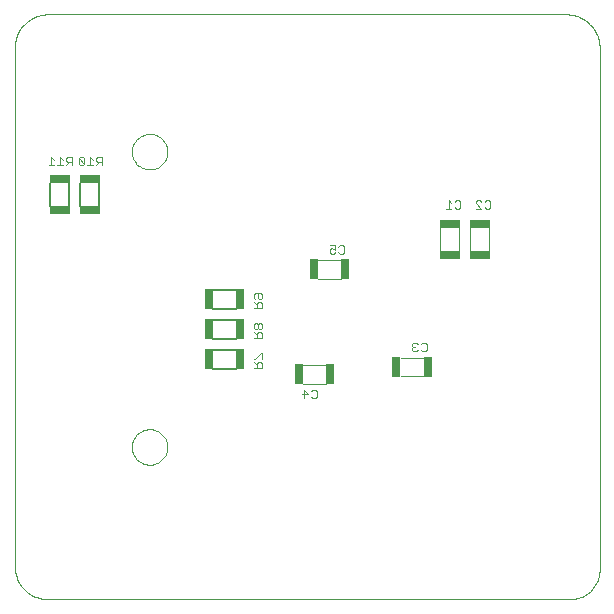
<source format=gbo>
G75*
G70*
%OFA0B0*%
%FSLAX24Y24*%
%IPPOS*%
%LPD*%
%AMOC8*
5,1,8,0,0,1.08239X$1,22.5*
%
%ADD10C,0.0000*%
%ADD11C,0.0040*%
%ADD12R,0.0669X0.0295*%
%ADD13C,0.0060*%
%ADD14R,0.0290X0.0690*%
%ADD15R,0.0690X0.0290*%
%ADD16R,0.0295X0.0669*%
D10*
X002562Y001338D02*
X002562Y018602D01*
X002564Y018667D01*
X002570Y018732D01*
X002579Y018796D01*
X002592Y018860D01*
X002609Y018923D01*
X002629Y018984D01*
X002653Y019045D01*
X002681Y019104D01*
X002712Y019161D01*
X002746Y019216D01*
X002783Y019270D01*
X002824Y019321D01*
X002867Y019369D01*
X002913Y019415D01*
X002961Y019458D01*
X003012Y019499D01*
X003066Y019536D01*
X003121Y019570D01*
X003178Y019601D01*
X003237Y019629D01*
X003298Y019653D01*
X003359Y019673D01*
X003422Y019690D01*
X003486Y019703D01*
X003550Y019712D01*
X003615Y019718D01*
X003680Y019720D01*
X020944Y019720D01*
X021009Y019718D01*
X021074Y019712D01*
X021138Y019703D01*
X021202Y019690D01*
X021265Y019673D01*
X021326Y019653D01*
X021387Y019629D01*
X021446Y019601D01*
X021503Y019570D01*
X021558Y019536D01*
X021612Y019499D01*
X021663Y019458D01*
X021711Y019415D01*
X021757Y019369D01*
X021800Y019321D01*
X021841Y019270D01*
X021878Y019216D01*
X021912Y019161D01*
X021943Y019104D01*
X021971Y019045D01*
X021995Y018984D01*
X022015Y018923D01*
X022032Y018860D01*
X022045Y018796D01*
X022054Y018732D01*
X022060Y018667D01*
X022062Y018602D01*
X022062Y001220D01*
X022060Y001160D01*
X022055Y001099D01*
X022046Y001040D01*
X022033Y000981D01*
X022017Y000922D01*
X021997Y000865D01*
X021974Y000810D01*
X021947Y000755D01*
X021918Y000703D01*
X021885Y000652D01*
X021849Y000603D01*
X021811Y000557D01*
X021769Y000513D01*
X021725Y000471D01*
X021679Y000433D01*
X021630Y000397D01*
X021579Y000364D01*
X021527Y000335D01*
X021472Y000308D01*
X021417Y000285D01*
X021360Y000265D01*
X021301Y000249D01*
X021242Y000236D01*
X021183Y000227D01*
X021122Y000222D01*
X021062Y000220D01*
X003680Y000220D01*
X003615Y000222D01*
X003550Y000228D01*
X003486Y000237D01*
X003422Y000250D01*
X003359Y000267D01*
X003298Y000287D01*
X003237Y000311D01*
X003178Y000339D01*
X003121Y000370D01*
X003066Y000404D01*
X003012Y000441D01*
X002961Y000482D01*
X002913Y000525D01*
X002867Y000571D01*
X002824Y000619D01*
X002783Y000670D01*
X002746Y000724D01*
X002712Y000779D01*
X002681Y000836D01*
X002653Y000895D01*
X002629Y000956D01*
X002609Y001017D01*
X002592Y001080D01*
X002579Y001144D01*
X002570Y001208D01*
X002564Y001273D01*
X002562Y001338D01*
X006471Y005299D02*
X006473Y005347D01*
X006479Y005395D01*
X006489Y005442D01*
X006502Y005488D01*
X006520Y005533D01*
X006540Y005577D01*
X006565Y005619D01*
X006593Y005658D01*
X006623Y005695D01*
X006657Y005729D01*
X006694Y005761D01*
X006732Y005790D01*
X006773Y005815D01*
X006816Y005837D01*
X006861Y005855D01*
X006907Y005869D01*
X006954Y005880D01*
X007002Y005887D01*
X007050Y005890D01*
X007098Y005889D01*
X007146Y005884D01*
X007194Y005875D01*
X007240Y005863D01*
X007285Y005846D01*
X007329Y005826D01*
X007371Y005803D01*
X007411Y005776D01*
X007449Y005746D01*
X007484Y005713D01*
X007516Y005677D01*
X007546Y005639D01*
X007572Y005598D01*
X007594Y005555D01*
X007614Y005511D01*
X007629Y005466D01*
X007641Y005419D01*
X007649Y005371D01*
X007653Y005323D01*
X007653Y005275D01*
X007649Y005227D01*
X007641Y005179D01*
X007629Y005132D01*
X007614Y005087D01*
X007594Y005043D01*
X007572Y005000D01*
X007546Y004959D01*
X007516Y004921D01*
X007484Y004885D01*
X007449Y004852D01*
X007411Y004822D01*
X007371Y004795D01*
X007329Y004772D01*
X007285Y004752D01*
X007240Y004735D01*
X007194Y004723D01*
X007146Y004714D01*
X007098Y004709D01*
X007050Y004708D01*
X007002Y004711D01*
X006954Y004718D01*
X006907Y004729D01*
X006861Y004743D01*
X006816Y004761D01*
X006773Y004783D01*
X006732Y004808D01*
X006694Y004837D01*
X006657Y004869D01*
X006623Y004903D01*
X006593Y004940D01*
X006565Y004979D01*
X006540Y005021D01*
X006520Y005065D01*
X006502Y005110D01*
X006489Y005156D01*
X006479Y005203D01*
X006473Y005251D01*
X006471Y005299D01*
X006471Y015141D02*
X006473Y015189D01*
X006479Y015237D01*
X006489Y015284D01*
X006502Y015330D01*
X006520Y015375D01*
X006540Y015419D01*
X006565Y015461D01*
X006593Y015500D01*
X006623Y015537D01*
X006657Y015571D01*
X006694Y015603D01*
X006732Y015632D01*
X006773Y015657D01*
X006816Y015679D01*
X006861Y015697D01*
X006907Y015711D01*
X006954Y015722D01*
X007002Y015729D01*
X007050Y015732D01*
X007098Y015731D01*
X007146Y015726D01*
X007194Y015717D01*
X007240Y015705D01*
X007285Y015688D01*
X007329Y015668D01*
X007371Y015645D01*
X007411Y015618D01*
X007449Y015588D01*
X007484Y015555D01*
X007516Y015519D01*
X007546Y015481D01*
X007572Y015440D01*
X007594Y015397D01*
X007614Y015353D01*
X007629Y015308D01*
X007641Y015261D01*
X007649Y015213D01*
X007653Y015165D01*
X007653Y015117D01*
X007649Y015069D01*
X007641Y015021D01*
X007629Y014974D01*
X007614Y014929D01*
X007594Y014885D01*
X007572Y014842D01*
X007546Y014801D01*
X007516Y014763D01*
X007484Y014727D01*
X007449Y014694D01*
X007411Y014664D01*
X007371Y014637D01*
X007329Y014614D01*
X007285Y014594D01*
X007240Y014577D01*
X007194Y014565D01*
X007146Y014556D01*
X007098Y014551D01*
X007050Y014550D01*
X007002Y014553D01*
X006954Y014560D01*
X006907Y014571D01*
X006861Y014585D01*
X006816Y014603D01*
X006773Y014625D01*
X006732Y014650D01*
X006694Y014679D01*
X006657Y014711D01*
X006623Y014745D01*
X006593Y014782D01*
X006565Y014821D01*
X006540Y014863D01*
X006520Y014907D01*
X006502Y014952D01*
X006489Y014998D01*
X006479Y015045D01*
X006473Y015093D01*
X006471Y015141D01*
D11*
X005467Y014970D02*
X005467Y014690D01*
X005467Y014783D02*
X005327Y014783D01*
X005280Y014830D01*
X005280Y014924D01*
X005327Y014970D01*
X005467Y014970D01*
X005373Y014783D02*
X005280Y014690D01*
X005172Y014690D02*
X004985Y014690D01*
X005079Y014690D02*
X005079Y014970D01*
X005172Y014877D01*
X004878Y014924D02*
X004878Y014737D01*
X004691Y014924D01*
X004691Y014737D01*
X004737Y014690D01*
X004831Y014690D01*
X004878Y014737D01*
X004878Y014924D02*
X004831Y014970D01*
X004737Y014970D01*
X004691Y014924D01*
X004467Y014970D02*
X004467Y014690D01*
X004467Y014783D02*
X004327Y014783D01*
X004280Y014830D01*
X004280Y014924D01*
X004327Y014970D01*
X004467Y014970D01*
X004373Y014783D02*
X004280Y014690D01*
X004172Y014690D02*
X003985Y014690D01*
X004079Y014690D02*
X004079Y014970D01*
X004172Y014877D01*
X003878Y014877D02*
X003784Y014970D01*
X003784Y014690D01*
X003691Y014690D02*
X003878Y014690D01*
X010532Y010375D02*
X010532Y010281D01*
X010579Y010235D01*
X010672Y010281D02*
X010672Y010421D01*
X010579Y010421D02*
X010765Y010421D01*
X010812Y010375D01*
X010812Y010281D01*
X010765Y010235D01*
X010719Y010235D01*
X010672Y010281D01*
X010672Y010127D02*
X010625Y010080D01*
X010625Y009940D01*
X010532Y009940D02*
X010812Y009940D01*
X010812Y010080D01*
X010765Y010127D01*
X010672Y010127D01*
X010625Y010033D02*
X010532Y010127D01*
X010532Y010375D02*
X010579Y010421D01*
X010579Y009421D02*
X010532Y009375D01*
X010532Y009281D01*
X010579Y009235D01*
X010625Y009235D01*
X010672Y009281D01*
X010672Y009375D01*
X010625Y009421D01*
X010579Y009421D01*
X010672Y009375D02*
X010719Y009421D01*
X010765Y009421D01*
X010812Y009375D01*
X010812Y009281D01*
X010765Y009235D01*
X010719Y009235D01*
X010672Y009281D01*
X010672Y009127D02*
X010625Y009080D01*
X010625Y008940D01*
X010532Y008940D02*
X010812Y008940D01*
X010812Y009080D01*
X010765Y009127D01*
X010672Y009127D01*
X010625Y009033D02*
X010532Y009127D01*
X010765Y008421D02*
X010579Y008235D01*
X010532Y008235D01*
X010532Y008127D02*
X010625Y008033D01*
X010625Y008080D02*
X010625Y007940D01*
X010532Y007940D02*
X010812Y007940D01*
X010812Y008080D01*
X010765Y008127D01*
X010672Y008127D01*
X010625Y008080D01*
X010812Y008235D02*
X010812Y008421D01*
X010765Y008421D01*
X012182Y008030D02*
X012942Y008030D01*
X012942Y007410D02*
X012182Y007410D01*
X012196Y007200D02*
X012337Y007060D01*
X012150Y007060D01*
X012196Y006920D02*
X012196Y007200D01*
X012444Y007154D02*
X012491Y007200D01*
X012584Y007200D01*
X012631Y007154D01*
X012631Y006967D01*
X012584Y006920D01*
X012491Y006920D01*
X012444Y006967D01*
X015432Y007660D02*
X016192Y007660D01*
X016192Y008280D02*
X015432Y008280D01*
X015810Y008537D02*
X015857Y008490D01*
X015951Y008490D01*
X015997Y008537D01*
X016105Y008537D02*
X016152Y008490D01*
X016245Y008490D01*
X016292Y008537D01*
X016292Y008724D01*
X016245Y008770D01*
X016152Y008770D01*
X016105Y008724D01*
X015997Y008724D02*
X015951Y008770D01*
X015857Y008770D01*
X015810Y008724D01*
X015810Y008677D01*
X015857Y008630D01*
X015810Y008583D01*
X015810Y008537D01*
X015857Y008630D02*
X015904Y008630D01*
X013442Y010910D02*
X012682Y010910D01*
X012682Y011530D02*
X013442Y011530D01*
X013402Y011740D02*
X013355Y011787D01*
X013402Y011740D02*
X013495Y011740D01*
X013542Y011787D01*
X013542Y011974D01*
X013495Y012020D01*
X013402Y012020D01*
X013355Y011974D01*
X013247Y012020D02*
X013247Y011880D01*
X013154Y011927D01*
X013107Y011927D01*
X013060Y011880D01*
X013060Y011787D01*
X013107Y011740D01*
X013201Y011740D01*
X013247Y011787D01*
X013247Y012020D02*
X013060Y012020D01*
X016752Y011840D02*
X016752Y012600D01*
X017372Y012600D02*
X017372Y011840D01*
X017752Y011840D02*
X017752Y012600D01*
X018372Y012600D02*
X018372Y011840D01*
X018370Y013240D02*
X018277Y013240D01*
X018230Y013287D01*
X018122Y013240D02*
X017935Y013427D01*
X017935Y013474D01*
X017982Y013520D01*
X018076Y013520D01*
X018122Y013474D01*
X018230Y013474D02*
X018277Y013520D01*
X018370Y013520D01*
X018417Y013474D01*
X018417Y013287D01*
X018370Y013240D01*
X018122Y013240D02*
X017935Y013240D01*
X017417Y013287D02*
X017370Y013240D01*
X017277Y013240D01*
X017230Y013287D01*
X017122Y013240D02*
X016935Y013240D01*
X017029Y013240D02*
X017029Y013520D01*
X017122Y013427D01*
X017230Y013474D02*
X017277Y013520D01*
X017370Y013520D01*
X017417Y013474D01*
X017417Y013287D01*
D12*
X017062Y012742D03*
X018062Y012742D03*
X018062Y011698D03*
X017062Y011698D03*
D13*
X009942Y010540D02*
X009187Y010540D01*
X009187Y009900D02*
X009942Y009900D01*
X009942Y009540D02*
X009187Y009540D01*
X009187Y008900D02*
X009942Y008900D01*
X009942Y008540D02*
X009187Y008540D01*
X009187Y007900D02*
X009942Y007900D01*
X005382Y013345D02*
X005382Y014100D01*
X004742Y014100D02*
X004742Y013345D01*
X004382Y013345D02*
X004382Y014100D01*
X003742Y014100D02*
X003742Y013345D01*
D14*
X009042Y010220D03*
X009042Y009220D03*
X009042Y008220D03*
X010082Y008220D03*
X010082Y009220D03*
X010082Y010220D03*
D15*
X005062Y013200D03*
X004062Y013200D03*
X004062Y014240D03*
X005062Y014240D03*
D16*
X012040Y007720D03*
X013084Y007720D03*
X015290Y007970D03*
X016334Y007970D03*
X013584Y011220D03*
X012540Y011220D03*
M02*

</source>
